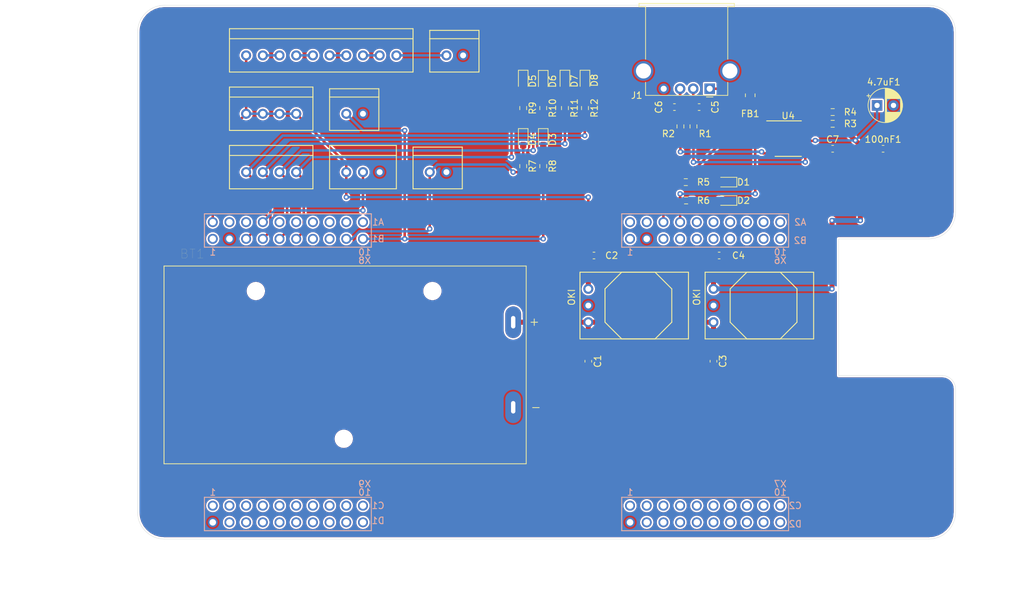
<source format=kicad_pcb>
(kicad_pcb (version 20171130) (host pcbnew "(5.1.7)-1")
  (layers (0 F.Cu signal) (31 B.Cu signal) (34 B.Paste user) (35 F.Paste user) (36 B.SilkS user) (37 F.SilkS user) (38 B.Mask user) (39 F.Mask user) (44 Edge.Cuts user))
  (net 0 "")
  (net 1 +9V)
  (net 2 GND)
  (net 3 +3V3)
  (net 4 +5V)
  (net 5 "Net-(C5-Pad1)")
  (net 6 "Net-(C6-Pad1)")
  (net 7 "Net-(C7-Pad1)")
  (net 8 ELEV_PLUS)
  (net 9 ELEV_MINUS)
  (net 10 AZI_PLUS)
  (net 11 AZI_MINUS)
  (net 12 ELEV_CTL)
  (net 13 AZI_CTL)
  (net 14 "Net-(Conn6-Pad2)")
  (net 15 "Net-(Conn6-Pad4)")
  (net 16 "Net-(Conn6-Pad6)")
  (net 17 "Net-(Conn6-Pad8)")
  (net 18 "Net-(Conn6-Pad10)")
  (net 19 LCD_TX)
  (net 20 "Net-(D1-Pad2)")
  (net 21 "Net-(D2-Pad2)")
  (net 22 "Net-(R1-Pad1)")
  (net 23 "Net-(R2-Pad1)")
  (net 24 "Net-(R3-Pad2)")
  (net 25 KBoard_RX)
  (net 26 KBoard_TX)
  (net 27 "Net-(U1-PadPM6)")
  (net 28 "Net-(U1-PadPQ1)")
  (net 29 "Net-(U1-PadPQ2)")
  (net 30 "Net-(U1-PadPK0)")
  (net 31 "Net-(U1-PadPQ3)")
  (net 32 "Net-(U1-PadPP3)")
  (net 33 "Net-(U1-PadPQ0)")
  (net 34 "Net-(U1-PadPA4)")
  (net 35 "Net-(U1-PadRese')")
  (net 36 "Net-(U1-PadPA7)")
  (net 37 "Net-(U1-PadPN5)")
  (net 38 "Net-(U1-PadPK2)")
  (net 39 "Net-(U1-PadPK1)")
  (net 40 "Net-(U1-PadPB4)")
  (net 41 "Net-(U1-PadPB5)")
  (net 42 "Net-(U1-PadPK3)")
  (net 43 "Net-(U1-PadPA5)")
  (net 44 "Net-(U1-PadPD2)")
  (net 45 "Net-(U1-PadPD4)")
  (net 46 "Net-(U1-PadPD5)")
  (net 47 "Net-(U1-PadPP4)")
  (net 48 "Net-(U1-PadPN4)")
  (net 49 "Net-(U1-PadPG1)")
  (net 50 "Net-(U1-PadPK4)")
  (net 51 "Net-(U1-PadPK5)")
  (net 52 "Net-(U1-PadPM0)")
  (net 53 "Net-(U1-PadPM1)")
  (net 54 "Net-(U1-PadPM2)")
  (net 55 "Net-(U1-PadPH0)")
  (net 56 "Net-(U1-PadPH1)")
  (net 57 "Net-(U1-PadPK6)")
  (net 58 "Net-(U1-PadPK7)")
  (net 59 "Net-(U1-PadPM7)")
  (net 60 "Net-(U1-PadPP5)")
  (net 61 "Net-(U1-Pad+5V)")
  (net 62 "Net-(U1-PadPD7)")
  (net 63 "Net-(U1-PadPA6)")
  (net 64 "Net-(U1-PadPE4)")
  (net 65 "Net-(U1-PadPC4)")
  (net 66 "Net-(U1-PadPC6)")
  (net 67 "Net-(U1-PadPE5)")
  (net 68 "Net-(U1-PadPD3)")
  (net 69 "Net-(U1-PadPC7)")
  (net 70 "Net-(U1-PadPB2)")
  (net 71 "Net-(U1-PadPB3)")
  (net 72 "Net-(U1-PadPF1)")
  (net 73 "Net-(U1-PadPF2)")
  (net 74 "Net-(U1-PadPF3)")
  (net 75 "Net-(U1-PadPG0)")
  (net 76 "Net-(U1-PadPL4)")
  (net 77 "Net-(U1-PadPL5)")
  (net 78 "Net-(U1-PadPL0)")
  (net 79 "Net-(U1-PadPL1)")
  (net 80 "Net-(U1-PadPL2)")
  (net 81 "Net-(U1-PadPL3)")
  (net 82 "Net-(U1-PadPM3)")
  (net 83 "Net-(U1-PadPH2)")
  (net 84 "Net-(U1-PadPH3)")
  (net 85 "Net-(U1-PadRese)")
  (net 86 "Net-(U1-PadPD1)")
  (net 87 "Net-(U1-PadPD0)")
  (net 88 "Net-(U1-PadPN2)")
  (net 89 "Net-(U1-PadPN3)")
  (net 90 "Net-(U1-PadPP2)")
  (net 91 "Net-(U4-Pad2)")
  (net 92 "Net-(U4-Pad6)")
  (net 93 "Net-(U4-Pad7)")
  (net 94 "Net-(U4-Pad14)")
  (net 95 "Net-(U4-Pad15)")
  (net 96 "Net-(FB1-Pad2)")
  (net 97 "Net-(D3-Pad2)")
  (net 98 "Net-(D4-Pad2)")
  (net 99 "Net-(D5-Pad2)")
  (net 100 "Net-(D6-Pad2)")
  (net 101 "Net-(D7-Pad2)")
  (net 102 "Net-(D8-Pad2)")
  (module Resistor_SMD:R_0603_1608Metric_Pad0.98x0.95mm_HandSolder (layer F.Cu) (at 964.692 -229.4655 270)
    (fp_text reference R12 (at 0 -1.43 90) (layer F.SilkS))
    (fp_text value 330)
    (pad 2 smd roundrect (at 0.9125 0 270) (size 0.975 0.95) (layers F.Cu F.Paste F.Mask) (net 8 ELEV_PLUS))
    (pad 1 smd roundrect (at -0.9125 0 270) (size 0.975 0.95) (layers F.Cu F.Paste F.Mask) (net 102 "Net-(D8-Pad2)"))
  )
  (module Resistor_SMD:R_0603_1608Metric_Pad0.98x0.95mm_HandSolder (layer F.Cu) (at 961.644 -229.4655 270)
    (fp_text reference R11 (at 0 -1.43 90) (layer F.SilkS))
    (fp_text value 330)
    (pad 2 smd roundrect (at 0.9125 0 270) (size 0.975 0.95) (layers F.Cu F.Paste F.Mask) (net 9 ELEV_MINUS))
    (pad 1 smd roundrect (at -0.9125 0 270) (size 0.975 0.95) (layers F.Cu F.Paste F.Mask) (net 101 "Net-(D7-Pad2)"))
  )
  (module Resistor_SMD:R_0603_1608Metric_Pad0.98x0.95mm_HandSolder (layer F.Cu) (at 958.342 -229.4655 270)
    (fp_text reference R10 (at 0 -1.43 90) (layer F.SilkS))
    (fp_text value 330)
    (pad 2 smd roundrect (at 0.9125 0 270) (size 0.975 0.95) (layers F.Cu F.Paste F.Mask) (net 10 AZI_PLUS))
    (pad 1 smd roundrect (at -0.9125 0 270) (size 0.975 0.95) (layers F.Cu F.Paste F.Mask) (net 100 "Net-(D6-Pad2)"))
  )
  (module Resistor_SMD:R_0603_1608Metric_Pad0.98x0.95mm_HandSolder (layer F.Cu) (at 955.294 -229.4655 270)
    (fp_text reference R9 (at 0 -1.43 90) (layer F.SilkS))
    (fp_text value 330)
    (pad 2 smd roundrect (at 0.9125 0 270) (size 0.975 0.95) (layers F.Cu F.Paste F.Mask) (net 11 AZI_MINUS))
    (pad 1 smd roundrect (at -0.9125 0 270) (size 0.975 0.95) (layers F.Cu F.Paste F.Mask) (net 99 "Net-(D5-Pad2)"))
  )
  (module LED_SMD:LED_0603_1608Metric_Pad1.05x0.95mm_HandSolder (layer F.Cu) (at 964.692 -233.567 270)
    (fp_text reference D8 (at -0.113 -1.43 90) (layer F.SilkS))
    (fp_text value BLUE)
    (pad 2 smd roundrect (at 0.875 0 270) (size 1.05 0.95) (layers F.Cu F.Paste F.Mask) (net 102 "Net-(D8-Pad2)"))
    (pad 1 smd roundrect (at -0.875 0 270) (size 1.05 0.95) (layers F.Cu F.Paste F.Mask) (net 2 GND))
  )
  (module LED_SMD:LED_0603_1608Metric_Pad1.05x0.95mm_HandSolder (layer F.Cu) (at 961.644 -233.567 270)
    (fp_text reference D7 (at 0 -1.43 90) (layer F.SilkS))
    (fp_text value BLUE)
    (pad 2 smd roundrect (at 0.875 0 270) (size 1.05 0.95) (layers F.Cu F.Paste F.Mask) (net 101 "Net-(D7-Pad2)"))
    (pad 1 smd roundrect (at -0.875 0 270) (size 1.05 0.95) (layers F.Cu F.Paste F.Mask) (net 2 GND))
  )
  (module LED_SMD:LED_0603_1608Metric_Pad1.05x0.95mm_HandSolder (layer F.Cu) (at 958.342 -233.539 270)
    (fp_text reference D6 (at 0 -1.43 90) (layer F.SilkS))
    (fp_text value BLUE)
    (pad 2 smd roundrect (at 0.875 0 270) (size 1.05 0.95) (layers F.Cu F.Paste F.Mask) (net 100 "Net-(D6-Pad2)"))
    (pad 1 smd roundrect (at -0.875 0 270) (size 1.05 0.95) (layers F.Cu F.Paste F.Mask) (net 2 GND))
  )
  (module LED_SMD:LED_0603_1608Metric_Pad1.05x0.95mm_HandSolder (layer F.Cu) (at 955.294 -233.567 270)
    (fp_text reference D5 (at 0 -1.43 90) (layer F.SilkS))
    (fp_text value BLUE)
    (pad 2 smd roundrect (at 0.875 0 270) (size 1.05 0.95) (layers F.Cu F.Paste F.Mask) (net 99 "Net-(D5-Pad2)"))
    (pad 1 smd roundrect (at -0.875 0 270) (size 1.05 0.95) (layers F.Cu F.Paste F.Mask) (net 2 GND))
  )
  (module LED_SMD:LED_0603_1608Metric_Pad1.05x0.95mm_HandSolder (layer F.Cu) (at 955.294 -224.677 270)
    (fp_text reference D4 (at 0 -1.43 90) (layer F.SilkS))
    (fp_text value BLUE)
    (pad 2 smd roundrect (at 0.875 0 270) (size 1.05 0.95) (layers F.Cu F.Paste F.Mask) (net 98 "Net-(D4-Pad2)"))
    (pad 1 smd roundrect (at -0.875 0 270) (size 1.05 0.95) (layers F.Cu F.Paste F.Mask) (net 2 GND))
  )
  (module LED_SMD:LED_0603_1608Metric_Pad1.05x0.95mm_HandSolder (layer F.Cu) (at 958.342 -224.677 270)
    (fp_text reference D3 (at 0 -1.43 90) (layer F.SilkS))
    (fp_text value BLUE)
    (pad 2 smd roundrect (at 0.875 0 270) (size 1.05 0.95) (layers F.Cu F.Paste F.Mask) (net 97 "Net-(D3-Pad2)"))
    (pad 1 smd roundrect (at -0.875 0 270) (size 1.05 0.95) (layers F.Cu F.Paste F.Mask) (net 2 GND))
  )
  (module Packages:BAT_BC9VPC (layer F.Cu) (at 927.989 -190.373)
    (fp_text reference BT1 (at -23.055 -16.889) (layer F.SilkS) (effects (font (size 1.4 1.4) (thickness 0.015))))
    (fp_text value BC9VPC)
    (pad None np_thru_hole circle (at 0 11.2776) (size 2.286 2.286) (drill 2.286) (layers *.Cu *.Mask))
    (pad None np_thru_hole circle (at -13.3858 -11.2268) (size 2.286 2.286) (drill 2.286) (layers *.Cu *.Mask))
    (pad None np_thru_hole circle (at 13.4874 -11.2268) (size 2.286 2.286) (drill 2.286) (layers *.Cu *.Mask))
    (pad N thru_hole oval (at 25.781 6.477) (size 2.41 4.82) (drill oval 0.6604 1.905) (layers *.Cu *.Mask) (net 2 GND))
    (pad P thru_hole oval (at 25.781 -6.477) (size 2.41 4.82) (drill oval 0.6604 1.905) (layers *.Cu *.Mask) (net 1 +9V))
  )
  (module Capacitor_SMD:C_0603_1608Metric_Pad1.08x0.95mm_HandSolder (layer F.Cu) (at 965.2 -190.9075 270)
    (fp_text reference C1 (at 0 -1.43 90) (layer F.SilkS))
    (fp_text value 10uF)
    (pad 1 smd roundrect (at -0.8625 0 270) (size 1.075 0.95) (layers F.Cu F.Paste F.Mask) (net 1 +9V))
    (pad 2 smd roundrect (at 0.8625 0 270) (size 1.075 0.95) (layers F.Cu F.Paste F.Mask) (net 2 GND))
  )
  (module Capacitor_SMD:C_0603_1608Metric_Pad1.08x0.95mm_HandSolder (layer F.Cu) (at 966.0625 -207.01)
    (fp_text reference C2 (at 2.6935 0) (layer F.SilkS))
    (fp_text value 10uF)
    (pad 2 smd roundrect (at 0.8625 0) (size 1.075 0.95) (layers F.Cu F.Paste F.Mask) (net 2 GND))
    (pad 1 smd roundrect (at -0.8625 0) (size 1.075 0.95) (layers F.Cu F.Paste F.Mask) (net 3 +3V3))
  )
  (module Capacitor_SMD:C_0603_1608Metric_Pad1.08x0.95mm_HandSolder (layer F.Cu) (at 984.25 -190.9075 270)
    (fp_text reference C3 (at 0 -1.43 90) (layer F.SilkS))
    (fp_text value 10uF)
    (pad 2 smd roundrect (at 0.8625 0 270) (size 1.075 0.95) (layers F.Cu F.Paste F.Mask) (net 2 GND))
    (pad 1 smd roundrect (at -0.8625 0 270) (size 1.075 0.95) (layers F.Cu F.Paste F.Mask) (net 1 +9V))
  )
  (module Capacitor_SMD:C_0603_1608Metric_Pad1.08x0.95mm_HandSolder (layer F.Cu) (at 985.1125 -207.01)
    (fp_text reference C4 (at 2.9475 0) (layer F.SilkS))
    (fp_text value 10uF)
    (pad 1 smd roundrect (at -0.8625 0) (size 1.075 0.95) (layers F.Cu F.Paste F.Mask) (net 4 +5V))
    (pad 2 smd roundrect (at 0.8625 0) (size 1.075 0.95) (layers F.Cu F.Paste F.Mask) (net 2 GND))
  )
  (module Capacitor_SMD:C_0603_1608Metric_Pad1.08x0.95mm_HandSolder (layer F.Cu) (at 982.0645 -229.616)
    (fp_text reference C5 (at 2.4395 0 270) (layer F.SilkS))
    (fp_text value 47pF)
    (pad 1 smd roundrect (at -0.8625 0) (size 1.075 0.95) (layers F.Cu F.Paste F.Mask) (net 5 "Net-(C5-Pad1)"))
    (pad 2 smd roundrect (at 0.8625 0) (size 1.075 0.95) (layers F.Cu F.Paste F.Mask) (net 2 GND))
  )
  (module Capacitor_SMD:C_0603_1608Metric_Pad1.08x0.95mm_HandSolder (layer F.Cu) (at 978.3075 -229.616 180)
    (fp_text reference C6 (at 2.3865 0 90) (layer F.SilkS))
    (fp_text value 47pF)
    (pad 2 smd roundrect (at 0.8625 0 180) (size 1.075 0.95) (layers F.Cu F.Paste F.Mask) (net 2 GND))
    (pad 1 smd roundrect (at -0.8625 0 180) (size 1.075 0.95) (layers F.Cu F.Paste F.Mask) (net 6 "Net-(C6-Pad1)"))
  )
  (module Capacitor_SMD:C_0603_1608Metric_Pad1.08x0.95mm_HandSolder (layer F.Cu) (at 1002.3845 -223.266)
    (fp_text reference C7 (at 0 -1.43) (layer F.SilkS))
    (fp_text value 100nF)
    (pad 1 smd roundrect (at -0.8625 0) (size 1.075 0.95) (layers F.Cu F.Paste F.Mask) (net 7 "Net-(C7-Pad1)"))
    (pad 2 smd roundrect (at 0.8625 0) (size 1.075 0.95) (layers F.Cu F.Paste F.Mask) (net 2 GND))
  )
  (module MRDT_Connectors:MOLEX_SL_04_Vertical (layer F.Cu) (at 913.13 -219.71)
    (fp_text reference Conn2 hide)
    (fp_text value Joystick_OUT)
    (pad 1 thru_hole circle (at 0 0) (size 1.524 1.524) (drill 0.9) (layers *.Cu *.Mask) (net 8 ELEV_PLUS))
    (pad 2 thru_hole circle (at 2.54 0) (size 1.524 1.524) (drill 0.9) (layers *.Cu *.Mask) (net 9 ELEV_MINUS))
    (pad 3 thru_hole circle (at 5.08 0) (size 1.524 1.524) (drill 0.9) (layers *.Cu *.Mask) (net 10 AZI_PLUS))
    (pad 4 thru_hole circle (at 7.62 0) (size 1.524 1.524) (drill 0.9) (layers *.Cu *.Mask) (net 11 AZI_MINUS))
    (pad 4 thru_hole circle (at 7.62 0) (size 1.524 1.524) (drill 0.9) (layers *.Cu *.Mask) (net 11 AZI_MINUS))
  )
  (module MRDT_Connectors:MOLEX_SL_04_Vertical (layer F.Cu) (at 913.13 -228.6)
    (fp_text reference Conn3 hide)
    (fp_text value Joystick_GND)
    (pad 4 thru_hole circle (at 7.62 0) (size 1.524 1.524) (drill 0.9) (layers *.Cu *.Mask) (net 3 +3V3))
    (pad 4 thru_hole circle (at 7.62 0) (size 1.524 1.524) (drill 0.9) (layers *.Cu *.Mask) (net 3 +3V3))
    (pad 3 thru_hole circle (at 5.08 0) (size 1.524 1.524) (drill 0.9) (layers *.Cu *.Mask) (net 3 +3V3))
    (pad 2 thru_hole circle (at 2.54 0) (size 1.524 1.524) (drill 0.9) (layers *.Cu *.Mask) (net 3 +3V3))
    (pad 1 thru_hole circle (at 0 0) (size 1.524 1.524) (drill 0.9) (layers *.Cu *.Mask) (net 3 +3V3))
  )
  (module MRDT_Connectors:MOLEX_SL_02_Vertical (layer F.Cu) (at 928.37 -228.6)
    (fp_text reference Conn4 hide)
    (fp_text value ELEV)
    (pad 2 thru_hole circle (at 2.54 0) (size 1.524 1.524) (drill 0.9) (layers *.Cu *.Mask) (net 2 GND))
    (pad 1 thru_hole circle (at 0 0) (size 1.524 1.524) (drill 0.9) (layers *.Cu *.Mask) (net 12 ELEV_CTL))
  )
  (module MRDT_Connectors:MOLEX_SL_02_Vertical (layer F.Cu) (at 941.07 -219.71)
    (fp_text reference Conn5 hide)
    (fp_text value AZI)
    (pad 1 thru_hole circle (at 0 0) (size 1.524 1.524) (drill 0.9) (layers *.Cu *.Mask) (net 13 AZI_CTL))
    (pad 2 thru_hole circle (at 2.54 0) (size 1.524 1.524) (drill 0.9) (layers *.Cu *.Mask) (net 2 GND))
  )
  (module MRDT_Connectors:MOLEX_SL_10_Vertical (layer F.Cu) (at 913.13 -237.49)
    (fp_text reference Conn6 hide)
    (fp_text value Switches)
    (pad 1 thru_hole circle (at 0 0) (size 1.524 1.524) (drill 0.9) (layers *.Cu *.Mask) (net 3 +3V3))
    (pad 2 thru_hole circle (at 2.54 0) (size 1.524 1.524) (drill 0.9) (layers *.Cu *.Mask) (net 14 "Net-(Conn6-Pad2)"))
    (pad 3 thru_hole circle (at 5.08 0) (size 1.524 1.524) (drill 0.9) (layers *.Cu *.Mask) (net 14 "Net-(Conn6-Pad2)"))
    (pad 4 thru_hole circle (at 7.62 0) (size 1.524 1.524) (drill 0.9) (layers *.Cu *.Mask) (net 15 "Net-(Conn6-Pad4)"))
    (pad 5 thru_hole circle (at 10.16 0) (size 1.524 1.524) (drill 0.9) (layers *.Cu *.Mask) (net 15 "Net-(Conn6-Pad4)"))
    (pad 6 thru_hole circle (at 12.7 0) (size 1.524 1.524) (drill 0.9) (layers *.Cu *.Mask) (net 16 "Net-(Conn6-Pad6)"))
    (pad 7 thru_hole circle (at 15.24 0) (size 1.524 1.524) (drill 0.9) (layers *.Cu *.Mask) (net 16 "Net-(Conn6-Pad6)"))
    (pad 8 thru_hole circle (at 17.78 0) (size 1.524 1.524) (drill 0.9) (layers *.Cu *.Mask) (net 17 "Net-(Conn6-Pad8)"))
    (pad 9 thru_hole circle (at 20.32 0) (size 1.524 1.524) (drill 0.9) (layers *.Cu *.Mask) (net 17 "Net-(Conn6-Pad8)"))
    (pad 10 thru_hole circle (at 22.86 0) (size 1.524 1.524) (drill 0.9) (layers *.Cu *.Mask) (net 18 "Net-(Conn6-Pad10)"))
  )
  (module MRDT_Connectors:MOLEX_SL_02_Vertical (layer F.Cu) (at 943.61 -237.49)
    (fp_text reference Conn7 hide)
    (fp_text value Green_LED)
    (pad 1 thru_hole circle (at 0 0) (size 1.524 1.524) (drill 0.9) (layers *.Cu *.Mask) (net 18 "Net-(Conn6-Pad10)"))
    (pad 2 thru_hole circle (at 2.54 0) (size 1.524 1.524) (drill 0.9) (layers *.Cu *.Mask) (net 2 GND))
  )
  (module MRDT_Connectors:MOLEX_SL_03_Vertical (layer F.Cu) (at 928.37 -219.71)
    (fp_text reference Conn8 hide)
    (fp_text value Molex_SL_03)
    (pad 1 thru_hole circle (at 0 0) (size 1.524 1.524) (drill 0.9) (layers *.Cu *.Mask) (net 3 +3V3))
    (pad 2 thru_hole circle (at 2.54 0) (size 1.524 1.524) (drill 0.9) (layers *.Cu *.Mask) (net 19 LCD_TX))
    (pad 3 thru_hole circle (at 5.08 0) (size 1.524 1.524) (drill 0.9) (layers *.Cu *.Mask) (net 2 GND))
  )
  (module LED_SMD:LED_0603_1608Metric_Pad1.05x0.95mm_HandSolder (layer F.Cu) (at 986.141 -218.186 180)
    (fp_text reference D1 (at -2.681 0) (layer F.SilkS))
    (fp_text value BLUE)
    (pad 2 smd roundrect (at 0.875 0 180) (size 1.05 0.95) (layers F.Cu F.Paste F.Mask) (net 20 "Net-(D1-Pad2)"))
    (pad 1 smd roundrect (at -0.875 0 180) (size 1.05 0.95) (layers F.Cu F.Paste F.Mask) (net 2 GND))
  )
  (module LED_SMD:LED_0603_1608Metric_Pad1.05x0.95mm_HandSolder (layer F.Cu) (at 986.141 -215.392 180)
    (fp_text reference D2 (at -2.681 0) (layer F.SilkS))
    (fp_text value BLUE)
    (pad 1 smd roundrect (at -0.875 0 180) (size 1.05 0.95) (layers F.Cu F.Paste F.Mask) (net 2 GND))
    (pad 2 smd roundrect (at 0.875 0 180) (size 1.05 0.95) (layers F.Cu F.Paste F.Mask) (net 21 "Net-(D2-Pad2)"))
  )
  (module Connector_USB:USB_A_Stewart_SS-52100-001_Horizontal (layer F.Cu) (at 983.67 -232.41 180)
    (fp_text reference J1 (at 11.104 -1.016) (layer F.SilkS))
    (fp_text value USB_A)
    (pad 5 thru_hole circle (at 10.07 2.71 180) (size 2.999999 2.999999) (drill 2.3) (layers *.Cu *.Mask) (net 2 GND))
    (pad e5 thru_hole circle (at -3.07 2.71 180) (size 2.999999 2.999999) (drill 2.3) (layers *.Cu *.Mask) (net 2 GND))
    (pad 1 thru_hole rect (at 0 0 180) (size 1.6 1.6) (drill 0.92) (layers *.Cu *.Mask) (net 96 "Net-(FB1-Pad2)"))
    (pad 2 thru_hole circle (at 2.5 0 180) (size 1.6 1.6) (drill 0.92) (layers *.Cu *.Mask) (net 5 "Net-(C5-Pad1)"))
    (pad 3 thru_hole circle (at 4.5 0 180) (size 1.6 1.6) (drill 0.92) (layers *.Cu *.Mask) (net 6 "Net-(C6-Pad1)"))
    (pad 4 thru_hole circle (at 7 0 180) (size 1.6 1.6) (drill 0.92) (layers *.Cu *.Mask) (net 2 GND))
  )
  (module Resistor_SMD:R_0603_1608Metric_Pad0.98x0.95mm_HandSolder (layer F.Cu) (at 981.202 -226.6715 90)
    (fp_text reference R1 (at -1.1195 1.778 180) (layer F.SilkS))
    (fp_text value 27)
    (pad 1 smd roundrect (at -0.9125 0 90) (size 0.975 0.95) (layers F.Cu F.Paste F.Mask) (net 22 "Net-(R1-Pad1)"))
    (pad 2 smd roundrect (at 0.9125 0 90) (size 0.975 0.95) (layers F.Cu F.Paste F.Mask) (net 5 "Net-(C5-Pad1)"))
  )
  (module Resistor_SMD:R_0603_1608Metric_Pad0.98x0.95mm_HandSolder (layer F.Cu) (at 979.217 -226.6715 90)
    (fp_text reference R2 (at -1.1195 -1.825) (layer F.SilkS))
    (fp_text value 27)
    (pad 2 smd roundrect (at 0.9125 0 90) (size 0.975 0.95) (layers F.Cu F.Paste F.Mask) (net 6 "Net-(C6-Pad1)"))
    (pad 1 smd roundrect (at -0.9125 0 90) (size 0.975 0.95) (layers F.Cu F.Paste F.Mask) (net 23 "Net-(R2-Pad1)"))
  )
  (module Resistor_SMD:R_0603_1608Metric_Pad0.98x0.95mm_HandSolder (layer F.Cu) (at 1002.3875 -227.076 180)
    (fp_text reference R3 (at -2.6905 0) (layer F.SilkS))
    (fp_text value 4.7k)
    (pad 2 smd roundrect (at 0.9125 0 180) (size 0.975 0.95) (layers F.Cu F.Paste F.Mask) (net 24 "Net-(R3-Pad2)"))
    (pad 1 smd roundrect (at -0.9125 0 180) (size 0.975 0.95) (layers F.Cu F.Paste F.Mask) (net 4 +5V))
  )
  (module Resistor_SMD:R_0603_1608Metric_Pad0.98x0.95mm_HandSolder (layer F.Cu) (at 1002.3875 -228.854)
    (fp_text reference R4 (at 2.6905 0) (layer F.SilkS))
    (fp_text value 10k)
    (pad 1 smd roundrect (at -0.9125 0) (size 0.975 0.95) (layers F.Cu F.Paste F.Mask) (net 24 "Net-(R3-Pad2)"))
    (pad 2 smd roundrect (at 0.9125 0) (size 0.975 0.95) (layers F.Cu F.Paste F.Mask) (net 2 GND))
  )
  (module Resistor_SMD:R_0603_1608Metric_Pad0.98x0.95mm_HandSolder (layer F.Cu) (at 980.0355 -218.186 180)
    (fp_text reference R5 (at -2.6905 0) (layer F.SilkS))
    (fp_text value 330)
    (pad 2 smd roundrect (at 0.9125 0 180) (size 0.975 0.95) (layers F.Cu F.Paste F.Mask) (net 25 KBoard_RX))
    (pad 1 smd roundrect (at -0.9125 0 180) (size 0.975 0.95) (layers F.Cu F.Paste F.Mask) (net 20 "Net-(D1-Pad2)"))
  )
  (module Resistor_SMD:R_0603_1608Metric_Pad0.98x0.95mm_HandSolder (layer F.Cu) (at 980.0825 -215.392 180)
    (fp_text reference R6 (at -2.6435 0) (layer F.SilkS))
    (fp_text value 330)
    (pad 1 smd roundrect (at -0.9125 0 180) (size 0.975 0.95) (layers F.Cu F.Paste F.Mask) (net 21 "Net-(D2-Pad2)"))
    (pad 2 smd roundrect (at 0.9125 0 180) (size 0.975 0.95) (layers F.Cu F.Paste F.Mask) (net 26 KBoard_TX))
  )
  (module MRDT_Shields:TM4C129E_Launchpad_FULL_THT_TOP (layer B.Cu) (at 906.78 -213.36)
    (fp_text reference U1 hide)
    (fp_text value TM4C129E_Launchpad hide)
    (fp_text user 1 (at 1.27 42.418 -180) (layer B.SilkS) (effects (justify mirror)))
    (fp_text user 10 (at 24.384 42.418 -180) (layer B.SilkS) (effects (justify mirror)))
    (fp_text user 1 (at 1.27 5.842 -180) (layer B.SilkS) (effects (justify mirror)))
    (fp_text user 10 (at 24.384 5.842 -180) (layer B.SilkS) (effects (justify mirror)))
    (fp_text user 1 (at 64.77 42.418 -180) (layer B.SilkS) (effects (justify mirror)))
    (fp_text user 10 (at 87.63 42.418 -180) (layer B.SilkS) (effects (justify mirror)))
    (fp_text user 10 (at 87.63 5.842 -180) (layer B.SilkS) (effects (justify mirror)))
    (fp_text user 1 (at 64.77 5.842 -180) (layer B.SilkS) (effects (justify mirror)))
    (fp_text user X9 (at 24.384 41.148 -180) (layer B.SilkS) (effects (justify mirror)))
    (fp_text user X8 (at 24.384 7.112 -180) (layer B.SilkS) (effects (justify mirror)))
    (fp_text user X7 (at 87.63 41.148 -180) (layer B.SilkS) (effects (justify mirror)))
    (fp_text user X6 (at 87.63 7.112) (layer B.SilkS) (effects (justify mirror)))
    (fp_text user C1 (at 26.416 44.45 -180) (layer B.SilkS) (effects (justify mirror)))
    (fp_text user D1 (at 26.416 46.736 -180) (layer B.SilkS) (effects (justify mirror)))
    (fp_text user C2 (at 89.916 44.45 -180) (layer B.SilkS) (effects (justify mirror)))
    (fp_text user D2 (at 89.916 47.244) (layer B.SilkS) (effects (justify mirror)))
    (fp_text user B1 (at 26.416 3.81 -180) (layer B.SilkS) (effects (justify mirror)))
    (fp_text user A1 (at 26.416 1.27 -180) (layer B.SilkS) (effects (justify mirror)))
    (fp_text user B2 (at 90.678 4.064 -180) (layer B.SilkS) (effects (justify mirror)))
    (fp_text user A2 (at 90.678 1.27 -180) (layer B.SilkS) (effects (justify mirror)))
    (pad +3V3` thru_hole circle (at 64.77 1.27 180) (size 1.52 1.52) (drill 1) (layers *.Cu *.Mask B.Paste))
    (pad PM6 thru_hole circle (at 87.63 46.99 180) (size 1.52 1.52) (drill 1) (layers *.Cu *.Mask B.Paste) (net 27 "Net-(U1-PadPM6)"))
    (pad PQ1 thru_hole circle (at 85.09 46.99 180) (size 1.52 1.52) (drill 1) (layers *.Cu *.Mask B.Paste) (net 28 "Net-(U1-PadPQ1)"))
    (pad PQ2 thru_hole circle (at 77.47 46.99 180) (size 1.52 1.52) (drill 1) (layers *.Cu *.Mask B.Paste) (net 29 "Net-(U1-PadPQ2)"))
    (pad PK0 thru_hole circle (at 74.93 3.81 180) (size 1.52 1.52) (drill 1) (layers *.Cu *.Mask B.Paste) (net 30 "Net-(U1-PadPK0)"))
    (pad PQ3 thru_hole circle (at 80.01 46.99 180) (size 1.52 1.52) (drill 1) (layers *.Cu *.Mask B.Paste) (net 31 "Net-(U1-PadPQ3)"))
    (pad PP3 thru_hole circle (at 82.55 46.99 180) (size 1.52 1.52) (drill 1) (layers *.Cu *.Mask B.Paste) (net 32 "Net-(U1-PadPP3)"))
    (pad PQ0 thru_hole circle (at 80.01 1.27 180) (size 1.52 1.52) (drill 1) (layers *.Cu *.Mask B.Paste) (net 33 "Net-(U1-PadPQ0)"))
    (pad PA4 thru_hole circle (at 85.09 3.81 180) (size 1.52 1.52) (drill 1) (layers *.Cu *.Mask B.Paste) (net 34 "Net-(U1-PadPA4)"))
    (pad Rese' thru_hole circle (at 74.93 46.99 180) (size 1.52 1.52) (drill 1) (layers *.Cu *.Mask B.Paste) (net 35 "Net-(U1-PadRese')"))
    (pad PA7 thru_hole circle (at 72.39 46.99 180) (size 1.52 1.52) (drill 1) (layers *.Cu *.Mask B.Paste) (net 36 "Net-(U1-PadPA7)"))
    (pad PN5 thru_hole circle (at 85.09 1.27 180) (size 1.52 1.52) (drill 1) (layers *.Cu *.Mask B.Paste) (net 37 "Net-(U1-PadPN5)"))
    (pad PK2 thru_hole circle (at 80.01 3.81 180) (size 1.52 1.52) (drill 1) (layers *.Cu *.Mask B.Paste) (net 38 "Net-(U1-PadPK2)"))
    (pad PK1 thru_hole circle (at 77.47 3.81 180) (size 1.52 1.52) (drill 1) (layers *.Cu *.Mask B.Paste) (net 39 "Net-(U1-PadPK1)"))
    (pad +5V` thru_hole circle (at 64.77 3.81 180) (size 1.52 1.52) (drill 1) (layers *.Cu *.Mask B.Paste))
    (pad GND thru_hole circle (at 67.31 3.81 180) (size 1.52 1.52) (drill 1) (layers *.Cu *.Mask B.Paste) (net 2 GND))
    (pad PB4 thru_hole circle (at 69.85 3.81 180) (size 1.52 1.52) (drill 1) (layers *.Cu *.Mask B.Paste) (net 40 "Net-(U1-PadPB4)"))
    (pad PB5 thru_hole circle (at 72.39 3.81 180) (size 1.52 1.52) (drill 1) (layers *.Cu *.Mask B.Paste) (net 41 "Net-(U1-PadPB5)"))
    (pad PK3 thru_hole circle (at 82.55 3.81 180) (size 1.52 1.52) (drill 1) (layers *.Cu *.Mask B.Paste) (net 42 "Net-(U1-PadPK3)"))
    (pad PA5 thru_hole circle (at 87.63 3.81 180) (size 1.52 1.52) (drill 1) (layers *.Cu *.Mask B.Paste) (net 43 "Net-(U1-PadPA5)"))
    (pad PD2 thru_hole circle (at 67.31 1.27 180) (size 1.52 1.52) (drill 1) (layers *.Cu *.Mask B.Paste) (net 44 "Net-(U1-PadPD2)"))
    (pad PP0 thru_hole circle (at 69.85 1.27 180) (size 1.52 1.52) (drill 1) (layers *.Cu *.Mask B.Paste) (net 25 KBoard_RX))
    (pad PP1 thru_hole circle (at 72.39 1.27 180) (size 1.52 1.52) (drill 1) (layers *.Cu *.Mask B.Paste) (net 26 KBoard_TX))
    (pad PD4 thru_hole circle (at 74.93 1.27 180) (size 1.52 1.52) (drill 1) (layers *.Cu *.Mask B.Paste) (net 45 "Net-(U1-PadPD4)"))
    (pad PD5 thru_hole circle (at 77.47 1.27 180) (size 1.52 1.52) (drill 1) (layers *.Cu *.Mask B.Paste) (net 46 "Net-(U1-PadPD5)"))
    (pad PP4 thru_hole circle (at 82.55 1.27 180) (size 1.52 1.52) (drill 1) (layers *.Cu *.Mask B.Paste) (net 47 "Net-(U1-PadPP4)"))
    (pad PN4 thru_hole circle (at 87.63 1.27 180) (size 1.52 1.52) (drill 1) (layers *.Cu *.Mask B.Paste) (net 48 "Net-(U1-PadPN4)"))
    (pad PG1 thru_hole circle (at 64.77 44.45 180) (size 1.52 1.52) (drill 1) (layers *.Cu *.Mask B.Paste) (net 49 "Net-(U1-PadPG1)"))
    (pad PK4 thru_hole circle (at 67.31 44.45 180) (size 1.52 1.52) (drill 1) (layers *.Cu *.Mask B.Paste) (net 50 "Net-(U1-PadPK4)"))
    (pad PK5 thru_hole circle (at 69.85 44.45 180) (size 1.52 1.52) (drill 1) (layers *.Cu *.Mask B.Paste) (net 51 "Net-(U1-PadPK5)"))
    (pad PM0 thru_hole circle (at 72.39 44.45 180) (size 1.52 1.52) (drill 1) (layers *.Cu *.Mask B.Paste) (net 52 "Net-(U1-PadPM0)"))
    (pad PM1 thru_hole circle (at 74.93 44.45 180) (size 1.52 1.52) (drill 1) (layers *.Cu *.Mask B.Paste) (net 53 "Net-(U1-PadPM1)"))
    (pad PM2 thru_hole circle (at 77.47 44.45 180) (size 1.52 1.52) (drill 1) (layers *.Cu *.Mask B.Paste) (net 54 "Net-(U1-PadPM2)"))
    (pad PH0 thru_hole circle (at 80.01 44.45 180) (size 1.52 1.52) (drill 1) (layers *.Cu *.Mask B.Paste) (net 55 "Net-(U1-PadPH0)"))
    (pad PH1 thru_hole circle (at 82.55 44.45 180) (size 1.52 1.52) (drill 1) (layers *.Cu *.Mask B.Paste) (net 56 "Net-(U1-PadPH1)"))
    (pad PK6 thru_hole circle (at 85.09 44.45 180) (size 1.52 1.52) (drill 1) (layers *.Cu *.Mask B.Paste) (net 57 "Net-(U1-PadPK6)"))
    (pad PK7 thru_hole circle (at 87.63 44.45 180) (size 1.52 1.52) (drill 1) (layers *.Cu *.Mask B.Paste) (net 58 "Net-(U1-PadPK7)"))
    (pad GND thru_hole circle (at 64.77 46.99 180) (size 1.52 1.52) (drill 1) (layers *.Cu *.Mask B.Paste) (net 2 GND))
    (pad PM7 thru_hole circle (at 67.31 46.99 180) (size 1.52 1.52) (drill 1) (layers *.Cu *.Mask B.Paste) (net 59 "Net-(U1-PadPM7)"))
    (pad PP5 thru_hole circle (at 69.85 46.99 180) (size 1.52 1.52) (drill 1) (layers *.Cu *.Mask B.Paste) (net 60 "Net-(U1-PadPP5)"))
    (pad +5V thru_hole circle (at 1.27 3.81 180) (size 1.52 1.52) (drill 1) (layers *.Cu *.Mask B.Paste) (net 61 "Net-(U1-Pad+5V)"))
    (pad GND thru_hole circle (at 3.81 3.81 180) (size 1.52 1.52) (drill 1) (layers *.Cu *.Mask B.Paste) (net 2 GND))
    (pad PE0 thru_hole circle (at 6.35 3.81 180) (size 1.52 1.52) (drill 1) (layers *.Cu *.Mask B.Paste) (net 8 ELEV_PLUS))
    (pad PE1 thru_hole circle (at 8.89 3.81 180) (size 1.52 1.52) (drill 1) (layers *.Cu *.Mask B.Paste) (net 9 ELEV_MINUS))
    (pad PE2 thru_hole circle (at 11.43 3.81 180) (size 1.52 1.52) (drill 1) (layers *.Cu *.Mask B.Paste) (net 10 AZI_PLUS))
    (pad PE3 thru_hole circle (at 13.97 3.81 180) (size 1.52 1.52) (drill 1) (layers *.Cu *.Mask B.Paste) (net 11 AZI_MINUS))
    (pad PD7 thru_hole circle (at 16.51 3.81 180) (size 1.52 1.52) (drill 1) (layers *.Cu *.Mask B.Paste) (net 62 "Net-(U1-PadPD7)"))
    (pad PA6 thru_hole circle (at 19.05 3.81 180) (size 1.52 1.52) (drill 1) (layers *.Cu *.Mask B.Paste) (net 63 "Net-(U1-PadPA6)"))
    (pad PM4 thru_hole circle (at 21.59 3.81 180) (size 1.52 1.52) (drill 1) (layers *.Cu *.Mask B.Paste) (net 13 AZI_CTL))
    (pad PM5 thru_hole circle (at 24.13 3.81 180) (size 1.52 1.52) (drill 1) (layers *.Cu *.Mask B.Paste) (net 12 ELEV_CTL))
    (pad +3V3 thru_hole circle (at 1.27 1.27 180) (size 1.52 1.52) (drill 1) (layers *.Cu *.Mask B.Paste) (net 3 +3V3))
    (pad PE4 thru_hole circle (at 3.81 1.27 180) (size 1.52 1.52) (drill 1) (layers *.Cu *.Mask B.Paste) (net 64 "Net-(U1-PadPE4)"))
    (pad PC4 thru_hole circle (at 6.35 1.27 180) (size 1.52 1.52) (drill 1) (layers *.Cu *.Mask B.Paste) (net 65 "Net-(U1-PadPC4)"))
    (pad PC5 thru_hole circle (at 8.89 1.27 180) (size 1.52 1.52) (drill 1) (layers *.Cu *.Mask B.Paste) (net 19 LCD_TX))
    (pad PC6 thru_hole circle (at 11.43 1.27 180) (size 1.52 1.52) (drill 1) (layers *.Cu *.Mask B.Paste) (net 66 "Net-(U1-PadPC6)"))
    (pad PE5 thru_hole circle (at 13.97 1.27 180) (size 1.52 1.52) (drill 1) (layers *.Cu *.Mask B.Paste) (net 67 "Net-(U1-PadPE5)"))
    (pad PD3 thru_hole circle (at 16.51 1.27 180) (size 1.52 1.52) (drill 1) (layers *.Cu *.Mask B.Paste) (net 68 "Net-(U1-PadPD3)"))
    (pad PC7 thru_hole circle (at 19.05 1.27 180) (size 1.52 1.52) (drill 1) (layers *.Cu *.Mask B.Paste) (net 69 "Net-(U1-PadPC7)"))
    (pad PB2 thru_hole circle (at 21.59 1.27 180) (size 1.52 1.52) (drill 1) (layers *.Cu *.Mask B.Paste) (net 70 "Net-(U1-PadPB2)"))
    (pad PB3 thru_hole circle (at 24.13 1.27 180) (size 1.52 1.52) (drill 1) (layers *.Cu *.Mask B.Paste) (net 71 "Net-(U1-PadPB3)"))
    (pad PF1 thru_hole circle (at 1.27 44.45 180) (size 1.52 1.52) (drill 1) (layers *.Cu *.Mask B.Paste) (net 72 "Net-(U1-PadPF1)"))
    (pad PF2 thru_hole circle (at 3.81 44.45 180) (size 1.52 1.52) (drill 1) (layers *.Cu *.Mask B.Paste) (net 73 "Net-(U1-PadPF2)"))
    (pad PF3 thru_hole circle (at 6.35 44.45 180) (size 1.52 1.52) (drill 1) (layers *.Cu *.Mask B.Paste) (net 74 "Net-(U1-PadPF3)"))
    (pad PG0 thru_hole circle (at 8.89 44.45 180) (size 1.52 1.52) (drill 1) (layers *.Cu *.Mask B.Paste) (net 75 "Net-(U1-PadPG0)"))
    (pad PL4 thru_hole circle (at 11.43 44.45 180) (size 1.52 1.52) (drill 1) (layers *.Cu *.Mask B.Paste) (net 76 "Net-(U1-PadPL4)"))
    (pad PL5 thru_hole circle (at 13.97 44.45 180) (size 1.52 1.52) (drill 1) (layers *.Cu *.Mask B.Paste) (net 77 "Net-(U1-PadPL5)"))
    (pad PL0 thru_hole circle (at 16.51 44.45 180) (size 1.52 1.52) (drill 1) (layers *.Cu *.Mask B.Paste) (net 78 "Net-(U1-PadPL0)"))
    (pad PL1 thru_hole circle (at 19.05 44.45 180) (size 1.52 1.52) (drill 1) (layers *.Cu *.Mask B.Paste) (net 79 "Net-(U1-PadPL1)"))
    (pad PL2 thru_hole circle (at 21.59 44.45 180) (size 1.52 1.52) (drill 1) (layers *.Cu *.Mask B.Paste) (net 80 "Net-(U1-PadPL2)"))
    (pad PL3 thru_hole circle (at 24.13 44.45 180) (size 1.52 1.52) (drill 1) (layers *.Cu *.Mask B.Paste) (net 81 "Net-(U1-PadPL3)"))
    (pad GND thru_hole circle (at 1.27 46.99 180) (size 1.52 1.52) (drill 1) (layers *.Cu *.Mask B.Paste) (net 2 GND))
    (pad PM3 thru_hole circle (at 3.81 46.99 180) (size 1.52 1.52) (drill 1) (layers *.Cu *.Mask B.Paste) (net 82 "Net-(U1-PadPM3)"))
    (pad PH2 thru_hole circle (at 6.35 46.99 180) (size 1.52 1.52) (drill 1) (layers *.Cu *.Mask B.Paste) (net 83 "Net-(U1-PadPH2)"))
    (pad PH3 thru_hole circle (at 8.89 46.99 180) (size 1.52 1.52) (drill 1) (layers *.Cu *.Mask B.Paste) (net 84 "Net-(U1-PadPH3)"))
    (pad Rese thru_hole circle (at 11.43 46.99 180) (size 1.52 1.52) (drill 1) (layers *.Cu *.Mask B.Paste) (net 85 "Net-(U1-PadRese)"))
    (pad PD1 thru_hole circle (at 13.97 46.99 180) (size 1.52 1.52) (drill 1) (layers *.Cu *.Mask B.Paste) (net 86 "Net-(U1-PadPD1)"))
    (pad PD0 thru_hole circle (at 16.51 46.99 180) (size 1.52 1.52) (drill 1) (layers *.Cu *.Mask B.Paste) (net 87 "Net-(U1-PadPD0)"))
    (pad PN2 thru_hole circle (at 19.05 46.99 180) (size 1.52 1.52) (drill 1) (layers *.Cu *.Mask B.Paste) (net 88 "Net-(U1-PadPN2)"))
    (pad PN3 thru_hole circle (at 21.59 46.99 180) (size 1.52 1.52) (drill 1) (layers *.Cu *.Mask B.Paste) (net 89 "Net-(U1-PadPN3)"))
    (pad PP2 thru_hole circle (at 24.13 46.99 180) (size 1.52 1.52) (drill 1) (layers *.Cu *.Mask B.Paste) (net 90 "Net-(U1-PadPP2)"))
  )
  (module MRDT_Devices:OKI_Horizontal (layer F.Cu) (at 965.2 -196.85 90)
    (fp_text reference U2 hide)
    (fp_text value OKI (at 3.81 -2.54 90) (layer F.SilkS))
    (pad 3 thru_hole circle (at 5.08 0 90) (size 1.524 1.524) (drill 0.889) (layers *.Cu *.Mask) (net 3 +3V3))
    (pad 2 thru_hole circle (at 2.54 0 90) (size 1.524 1.524) (drill 0.889) (layers *.Cu *.Mask) (net 2 GND))
    (pad 1 thru_hole circle (at 0 0 90) (size 1.524 1.524) (drill 0.889) (layers *.Cu *.Mask) (net 1 +9V))
  )
  (module MRDT_Devices:OKI_Horizontal (layer F.Cu) (at 984.25 -196.85 90)
    (fp_text reference U3 hide)
    (fp_text value OKI (at 3.81 -2.54 90) (layer F.SilkS))
    (pad 1 thru_hole circle (at 0 0 90) (size 1.524 1.524) (drill 0.889) (layers *.Cu *.Mask) (net 1 +9V))
    (pad 2 thru_hole circle (at 2.54 0 90) (size 1.524 1.524) (drill 0.889) (layers *.Cu *.Mask) (net 2 GND))
    (pad 3 thru_hole circle (at 5.08 0 90) (size 1.524 1.524) (drill 0.889) (layers *.Cu *.Mask) (net 4 +5V))
  )
  (module Package_SO:SSOP-16_3.9x4.9mm_P0.635mm (layer F.Cu) (at 995.62 -224.79)
    (fp_text reference U4 (at 0 -3.5) (layer F.SilkS))
    (fp_text value FT230XS)
    (pad 1 smd rect (at -2.6 -2.2225) (size 1.2 0.4) (layers F.Cu F.Paste F.Mask) (net 25 KBoard_RX))
    (pad 2 smd rect (at -2.6 -1.5875) (size 1.2 0.4) (layers F.Cu F.Paste F.Mask) (net 91 "Net-(U4-Pad2)"))
    (pad 3 smd rect (at -2.6 -0.9525) (size 1.2 0.4) (layers F.Cu F.Paste F.Mask) (net 7 "Net-(C7-Pad1)"))
    (pad 4 smd rect (at -2.6 -0.3175) (size 1.2 0.4) (layers F.Cu F.Paste F.Mask) (net 26 KBoard_TX))
    (pad 5 smd rect (at -2.6 0.3175) (size 1.2 0.4) (layers F.Cu F.Paste F.Mask) (net 2 GND))
    (pad 6 smd rect (at -2.6 0.9525) (size 1.2 0.4) (layers F.Cu F.Paste F.Mask) (net 92 "Net-(U4-Pad6)"))
    (pad 7 smd rect (at -2.6 1.5875) (size 1.2 0.4) (layers F.Cu F.Paste F.Mask) (net 93 "Net-(U4-Pad7)"))
    (pad 8 smd rect (at -2.6 2.2225) (size 1.2 0.4) (layers F.Cu F.Paste F.Mask) (net 23 "Net-(R2-Pad1)"))
    (pad 9 smd rect (at 2.6 2.2225) (size 1.2 0.4) (layers F.Cu F.Paste F.Mask) (net 22 "Net-(R1-Pad1)"))
    (pad 10 smd rect (at 2.6 1.5875) (size 1.2 0.4) (layers F.Cu F.Paste F.Mask) (net 7 "Net-(C7-Pad1)"))
    (pad 11 smd rect (at 2.6 0.9525) (size 1.2 0.4) (layers F.Cu F.Paste F.Mask) (net 7 "Net-(C7-Pad1)"))
    (pad 12 smd rect (at 2.6 0.3175) (size 1.2 0.4) (layers F.Cu F.Paste F.Mask) (net 4 +5V))
    (pad 13 smd rect (at 2.6 -0.3175) (size 1.2 0.4) (layers F.Cu F.Paste F.Mask) (net 2 GND))
    (pad 14 smd rect (at 2.6 -0.9525) (size 1.2 0.4) (layers F.Cu F.Paste F.Mask) (net 94 "Net-(U4-Pad14)"))
    (pad 15 smd rect (at 2.6 -1.5875) (size 1.2 0.4) (layers F.Cu F.Paste F.Mask) (net 95 "Net-(U4-Pad15)"))
    (pad 16 smd rect (at 2.6 -2.2225) (size 1.2 0.4) (layers F.Cu F.Paste F.Mask) (net 24 "Net-(R3-Pad2)"))
  )
  (module Capacitor_SMD:C_0603_1608Metric_Pad1.08x0.95mm_HandSolder (layer F.Cu) (at 1010.0575 -223.266)
    (fp_text reference 100nF1 (at 0 -1.43) (layer F.SilkS))
    (fp_text value C_Small)
    (pad 1 smd roundrect (at -0.8625 0) (size 1.075 0.95) (layers F.Cu F.Paste F.Mask) (net 4 +5V))
    (pad 2 smd roundrect (at 0.8625 0) (size 1.075 0.95) (layers F.Cu F.Paste F.Mask) (net 2 GND))
  )
  (module Capacitor_THT:CP_Radial_D5.0mm_P2.50mm (layer F.Cu) (at 1009.142 -229.87)
    (fp_text reference 4.7uF1 (at 1.016 -3.556) (layer F.SilkS))
    (fp_text value C_Polarized_Small_US)
    (pad 1 thru_hole rect (at 0 0) (size 1.6 1.6) (drill 0.8) (layers *.Cu *.Mask) (net 4 +5V))
    (pad 2 thru_hole circle (at 2.5 0) (size 1.6 1.6) (drill 0.8) (layers *.Cu *.Mask) (net 2 GND))
  )
  (module Resistor_SMD:R_0805_2012Metric_Pad1.20x1.40mm_HandSolder (layer F.Cu) (at 989.838 -231.41 90)
    (fp_text reference FB1 (at -2.81 0 180) (layer F.SilkS))
    (fp_text value MI0805K601R-10)
    (pad 1 smd roundrect (at -1 0 90) (size 1.2 1.4) (layers F.Cu F.Paste F.Mask) (roundrect_rratio 0.2083325) (net 4 +5V))
    (pad 2 smd roundrect (at 1 0 90) (size 1.2 1.4) (layers F.Cu F.Paste F.Mask) (roundrect_rratio 0.2083325) (net 96 "Net-(FB1-Pad2)"))
  )
  (module Resistor_SMD:R_0603_1608Metric_Pad0.98x0.95mm_HandSolder (layer F.Cu) (at 955.294 -220.6225 270)
    (fp_text reference R7 (at 0 -1.43 90) (layer F.SilkS))
    (fp_text value 330)
    (pad 1 smd roundrect (at -0.9125 0 270) (size 0.975 0.95) (layers F.Cu F.Paste F.Mask) (net 98 "Net-(D4-Pad2)"))
    (pad 2 smd roundrect (at 0.9125 0 270) (size 0.975 0.95) (layers F.Cu F.Paste F.Mask) (net 13 AZI_CTL))
  )
  (module Resistor_SMD:R_0603_1608Metric_Pad0.98x0.95mm_HandSolder (layer F.Cu) (at 958.342 -220.6225 270)
    (fp_text reference R8 (at 0 -1.43 90) (layer F.SilkS))
    (fp_text value 330)
    (pad 2 smd roundrect (at 0.9125 0 270) (size 0.975 0.95) (layers F.Cu F.Paste F.Mask) (net 12 ELEV_CTL))
    (pad 1 smd roundrect (at -0.9125 0 270) (size 0.975 0.95) (layers F.Cu F.Paste F.Mask) (net 97 "Net-(D3-Pad2)"))
  )
  (gr_line (start 896.62 -178.562) (end 896.62 -174.498) (layer Edge.Cuts) (width 0.05))
  (gr_line (start 1021.08 -178.562) (end 1021.08 -174.498) (layer Edge.Cuts) (width 0.05))
  (gr_arc (start 900.684 -241.046) (end 900.684 -245.11) (angle -90) (layer Edge.Cuts) (width 0.05))
  (gr_arc (start 1017.016 -241.046) (end 1021.08 -241.046) (angle -90) (layer Edge.Cuts) (width 0.05))
  (gr_arc (start 1017.016 -213.614) (end 1017.016 -209.55) (angle -90) (layer Edge.Cuts) (width 0.05))
  (gr_arc (start 900.684 -167.894) (end 896.62 -167.894) (angle -90) (layer Edge.Cuts) (width 0.05))
  (gr_arc (start 1017.016 -167.894) (end 1017.016 -163.83) (angle -90) (layer Edge.Cuts) (width 0.05))
  (gr_line (start 1021.08 -174.498) (end 1021.08 -167.894) (layer Edge.Cuts) (width 0.05))
  (gr_line (start 1003.3 -188.722) (end 1019.048 -188.722) (layer Edge.Cuts) (width 0.05))
  (gr_line (start 1003.3 -209.55) (end 1003.3 -188.722) (layer Edge.Cuts) (width 0.05))
  (gr_line (start 1017.016 -209.55) (end 1003.3 -209.55) (layer Edge.Cuts) (width 0.05))
  (gr_line (start 1021.08 -241.046) (end 1021.08 -213.614) (layer Edge.Cuts) (width 0.05))
  (gr_line (start 900.684 -245.11) (end 1017.016 -245.11) (layer Edge.Cuts) (width 0.05))
  (gr_line (start 896.62 -178.562) (end 896.62 -241.046) (layer Edge.Cuts) (width 0.05))
  (gr_line (start 896.62 -167.894) (end 896.62 -174.498) (layer Edge.Cuts) (width 0.05))
  (gr_line (start 1017.016 -163.83) (end 900.684 -163.83) (layer Edge.Cuts) (width 0.05))
  (gr_line (start 1021.08 -186.69) (end 1021.08 -178.562) (layer Edge.Cuts) (width 0.05))
  (gr_arc (start 1019.048 -186.69) (end 1021.08 -186.69) (angle -90) (layer Edge.Cuts) (width 0.05))
  (segment (start 965.2 -191.77) (end 965.2 -196.85) (width 0.762) (layer F.Cu) (net 1))
  (segment (start 953.77 -196.85) (end 984.25 -196.85) (width 0.762) (layer F.Cu) (net 1))
  (segment (start 984.25 -191.77) (end 984.25 -196.85) (width 0.762) (layer F.Cu) (net 1))
  (segment (start 965.2 -207.01) (end 965.2 -201.93) (width 0.762) (layer F.Cu) (net 3))
  (segment (start 913.13 -237.49) (end 913.13 -228.6) (width 0.381) (layer F.Cu) (net 3))
  (segment (start 913.13 -228.6) (end 920.75 -228.6) (width 0.381) (layer B.Cu) (net 3))
  (segment (start 908.05 -223.52) (end 908.05 -212.09) (width 0.381) (layer F.Cu) (net 3))
  (segment (start 913.13 -228.6) (end 908.05 -223.52) (width 0.381) (layer F.Cu) (net 3))
  (segment (start 928.37 -220.98) (end 928.37 -219.71) (width 0.381) (layer F.Cu) (net 3))
  (segment (start 920.75 -228.6) (end 928.37 -220.98) (width 0.381) (layer F.Cu) (net 3))
  (segment (start 965.2 -207.01) (end 965.2 -215.9) (width 0.381) (layer F.Cu) (net 3))
  (segment (start 965.2 -215.9) (end 965.2 -215.9) (width 0.381) (layer F.Cu) (net 3))
  (via (at 965.2 -215.9) (size 0.8) (drill 0.4) (layers F.Cu B.Cu) (net 3))
  (segment (start 965.2 -215.9) (end 938.784 -215.9) (width 0.381) (layer B.Cu) (net 3))
  (segment (start 938.784 -215.9) (end 928.37 -215.9) (width 0.381) (layer B.Cu) (net 3))
  (segment (start 928.37 -215.9) (end 928.37 -215.9) (width 0.381) (layer B.Cu) (net 3))
  (via (at 928.37 -215.9) (size 0.8) (drill 0.4) (layers F.Cu B.Cu) (net 3))
  (segment (start 928.37 -215.9) (end 928.37 -219.71) (width 0.381) (layer F.Cu) (net 3))
  (segment (start 984.25 -207.01) (end 984.25 -201.93) (width 0.762) (layer F.Cu) (net 4))
  (via (at 1002.284 -201.93) (size 0.8) (drill 0.4) (layers F.Cu B.Cu) (net 4))
  (segment (start 984.25 -201.93) (end 1002.284 -201.93) (width 0.762) (layer B.Cu) (net 4))
  (segment (start 1002.284 -201.93) (end 1002.284 -212.344) (width 0.762) (layer F.Cu) (net 4))
  (segment (start 1002.284 -212.344) (end 1002.284 -212.344) (width 0.762) (layer F.Cu) (net 4))
  (via (at 1002.284 -212.344) (size 0.8) (drill 0.4) (layers F.Cu B.Cu) (net 4))
  (segment (start 1002.284 -212.344) (end 1006.602 -212.344) (width 0.762) (layer B.Cu) (net 4))
  (segment (start 1006.602 -212.344) (end 1006.602 -212.344) (width 0.762) (layer B.Cu) (net 4))
  (via (at 1006.602 -212.344) (size 0.8) (drill 0.4) (layers F.Cu B.Cu) (net 4))
  (segment (start 1006.602 -223.774) (end 1005.84 -224.536) (width 0.762) (layer F.Cu) (net 4))
  (segment (start 981.17 -227.616) (end 981.202 -227.584) (width 0.381) (layer F.Cu) (net 5))
  (segment (start 981.17 -232.41) (end 981.17 -227.616) (width 0.381) (layer F.Cu) (net 5))
  (segment (start 979.17 -232.41) (end 979.17 -229.616) (width 0.381) (layer F.Cu) (net 6))
  (segment (start 979.17 -227.631) (end 979.217 -227.584) (width 0.381) (layer F.Cu) (net 6))
  (segment (start 979.17 -232.41) (end 979.17 -227.631) (width 0.381) (layer F.Cu) (net 6))
  (segment (start 998.2835 -223.266) (end 998.22 -223.2025) (width 0.381) (layer F.Cu) (net 7))
  (segment (start 1001.522 -223.266) (end 998.2835 -223.266) (width 0.381) (layer F.Cu) (net 7))
  (segment (start 998.22 -223.8375) (end 998.22 -223.2025) (width 0.381) (layer F.Cu) (net 7))
  (segment (start 995.334 -225.7425) (end 993.02 -225.7425) (width 0.381) (layer F.Cu) (net 7))
  (segment (start 997.239 -223.8375) (end 995.334 -225.7425) (width 0.381) (layer F.Cu) (net 7))
  (segment (start 998.22 -223.8375) (end 997.239 -223.8375) (width 0.381) (layer F.Cu) (net 7))
  (segment (start 985.266 -218.186) (end 980.948 -218.186) (width 0.381) (layer F.Cu) (net 20))
  (segment (start 985.266 -215.392) (end 980.995 -215.392) (width 0.381) (layer F.Cu) (net 21))
  (segment (start 981.202 -225.759) (end 981.202 -221.234) (width 0.381) (layer F.Cu) (net 22))
  (segment (start 981.202 -221.234) (end 981.202 -221.234) (width 0.381) (layer F.Cu) (net 22))
  (via (at 981.202 -221.234) (size 0.8) (drill 0.4) (layers F.Cu B.Cu) (net 22))
  (segment (start 981.202 -221.234) (end 981.202 -221.234) (width 0.381) (layer F.Cu) (net 22))
  (via (at 981.202 -221.234) (size 0.8) (drill 0.4) (layers F.Cu B.Cu) (net 22))
  (segment (start 981.202 -221.234) (end 998.22 -221.234) (width 0.381) (layer B.Cu) (net 22))
  (segment (start 998.22 -221.234) (end 998.22 -221.234) (width 0.381) (layer B.Cu) (net 22))
  (via (at 998.22 -221.234) (size 0.8) (drill 0.4) (layers F.Cu B.Cu) (net 22))
  (segment (start 998.22 -221.234) (end 998.22 -222.5675) (width 0.381) (layer F.Cu) (net 22))
  (segment (start 979.217 -225.759) (end 979.217 -222.805) (width 0.381) (layer F.Cu) (net 23))
  (via (at 979.217 -222.805) (size 0.8) (drill 0.4) (layers F.Cu B.Cu) (net 23))
  (segment (start 979.217 -222.805) (end 991.569 -222.805) (width 0.381) (layer B.Cu) (net 23))
  (segment (start 991.569 -222.805) (end 991.569 -222.805) (width 0.381) (layer B.Cu) (net 23))
  (via (at 991.569 -222.805) (size 0.8) (drill 0.4) (layers F.Cu B.Cu) (net 23))
  (segment (start 991.8065 -222.5675) (end 993.02 -222.5675) (width 0.381) (layer F.Cu) (net 23))
  (segment (start 991.569 -222.805) (end 991.8065 -222.5675) (width 0.381) (layer F.Cu) (net 23))
  (segment (start 976.63 -215.693) (end 976.63 -212.09) (width 0.381) (layer F.Cu) (net 25))
  (segment (start 979.123 -218.186) (end 976.63 -215.693) (width 0.381) (layer F.Cu) (net 25))
  (segment (start 992.039 -227.0125) (end 991.9755 -227.076) (width 0.381) (layer F.Cu) (net 25))
  (segment (start 993.02 -227.0125) (end 992.039 -227.0125) (width 0.381) (layer F.Cu) (net 25))
  (segment (start 991.9755 -227.076) (end 988.314 -227.076) (width 0.381) (layer F.Cu) (net 25))
  (segment (start 981.380499 -220.443499) (end 979.123 -218.186) (width 0.381) (layer F.Cu) (net 25))
  (segment (start 981.681499 -220.443499) (end 981.380499 -220.443499) (width 0.381) (layer F.Cu) (net 25))
  (segment (start 988.314 -227.076) (end 981.681499 -220.443499) (width 0.381) (layer F.Cu) (net 25))
  (segment (start 979.17 -215.392) (end 979.17 -212.09) (width 0.381) (layer F.Cu) (net 26))
  (segment (start 979.17 -215.392) (end 979.17 -216.408) (width 0.381) (layer F.Cu) (net 26))
  (segment (start 979.17 -216.408) (end 979.17 -216.408) (width 0.381) (layer F.Cu) (net 26))
  (via (at 979.17 -216.408) (size 0.8) (drill 0.4) (layers F.Cu B.Cu) (net 26))
  (segment (start 979.17 -216.408) (end 990.6 -216.408) (width 0.381) (layer B.Cu) (net 26))
  (segment (start 990.6 -216.408) (end 990.6 -216.408) (width 0.381) (layer B.Cu) (net 26))
  (via (at 990.6 -216.408) (size 0.8) (drill 0.4) (layers F.Cu B.Cu) (net 26))
  (segment (start 992.1875 -225.1075) (end 993.02 -225.1075) (width 0.381) (layer F.Cu) (net 26))
  (segment (start 990.6 -223.52) (end 992.1875 -225.1075) (width 0.381) (layer F.Cu) (net 26))
  (segment (start 990.6 -216.408) (end 990.6 -223.52) (width 0.381) (layer F.Cu) (net 26))
  (segment (start 991.488172 -230.41) (end 989.838 -230.41) (width 0.381) (layer F.Cu) (net 4))
  (segment (start 997.425672 -224.4725) (end 991.488172 -230.41) (width 0.381) (layer F.Cu) (net 4))
  (segment (start 998.22 -224.4725) (end 997.425672 -224.4725) (width 0.381) (layer F.Cu) (net 4))
  (segment (start 1005.84 -224.536) (end 1003.3 -227.076) (width 0.762) (layer F.Cu) (net 4))
  (via (at 1005.84 -224.536) (size 0.8) (drill 0.4) (layers F.Cu B.Cu) (net 4))
  (segment (start 1005.84 -224.536) (end 999.744 -224.536) (width 0.381) (layer B.Cu) (net 4))
  (segment (start 999.744 -224.536) (end 999.744 -224.536) (width 0.381) (layer B.Cu) (net 4))
  (via (at 999.744 -224.536) (size 0.8) (drill 0.4) (layers F.Cu B.Cu) (net 4))
  (segment (start 999.6805 -224.4725) (end 998.22 -224.4725) (width 0.381) (layer F.Cu) (net 4))
  (segment (start 999.744 -224.536) (end 999.6805 -224.4725) (width 0.381) (layer F.Cu) (net 4))
  (segment (start 1006.856 -223.266) (end 1006.602 -223.52) (width 0.381) (layer F.Cu) (net 4))
  (segment (start 1009.195 -223.266) (end 1006.856 -223.266) (width 0.381) (layer F.Cu) (net 4))
  (segment (start 1006.602 -223.52) (end 1006.602 -223.774) (width 0.762) (layer F.Cu) (net 4))
  (segment (start 1006.602 -212.344) (end 1006.602 -223.52) (width 0.762) (layer F.Cu) (net 4))
  (segment (start 1005.84 -224.536) (end 1009.142 -227.838) (width 0.381) (layer B.Cu) (net 4))
  (segment (start 1009.142 -227.838) (end 1009.142 -229.87) (width 0.381) (layer B.Cu) (net 4))
  (segment (start 914.519499 -218.320501) (end 913.13 -219.71) (width 0.381) (layer F.Cu) (net 8))
  (segment (start 914.519499 -210.939499) (end 914.519499 -218.320501) (width 0.381) (layer F.Cu) (net 8))
  (segment (start 913.13 -209.55) (end 914.519499 -210.939499) (width 0.381) (layer F.Cu) (net 8))
  (segment (start 918.689499 -225.269499) (end 964.663499 -225.269499) (width 0.381) (layer B.Cu) (net 8))
  (segment (start 913.13 -219.71) (end 918.689499 -225.269499) (width 0.381) (layer B.Cu) (net 8))
  (segment (start 964.663499 -225.269499) (end 964.663499 -225.269499) (width 0.381) (layer B.Cu) (net 8))
  (via (at 964.663499 -225.269499) (size 0.8) (drill 0.4) (layers F.Cu B.Cu) (net 8))
  (segment (start 964.663499 -228.524499) (end 964.692 -228.553) (width 0.381) (layer F.Cu) (net 8))
  (segment (start 964.663499 -225.269499) (end 964.663499 -228.524499) (width 0.381) (layer F.Cu) (net 8))
  (segment (start 916.820501 -218.559499) (end 915.67 -219.71) (width 0.381) (layer F.Cu) (net 9))
  (segment (start 916.820501 -210.700501) (end 916.820501 -218.559499) (width 0.381) (layer F.Cu) (net 9))
  (segment (start 915.67 -209.55) (end 916.820501 -210.700501) (width 0.381) (layer F.Cu) (net 9))
  (segment (start 915.67 -219.71) (end 919.988 -224.028) (width 0.381) (layer B.Cu) (net 9))
  (segment (start 919.988 -224.028) (end 961.644 -224.028) (width 0.381) (layer B.Cu) (net 9))
  (segment (start 961.644 -224.028) (end 961.644 -224.028) (width 0.381) (layer B.Cu) (net 9))
  (via (at 961.644 -224.028) (size 0.8) (drill 0.4) (layers F.Cu B.Cu) (net 9))
  (segment (start 961.644 -224.028) (end 961.644 -228.553) (width 0.381) (layer F.Cu) (net 9))
  (segment (start 919.360501 -218.559499) (end 918.21 -219.71) (width 0.381) (layer F.Cu) (net 10))
  (segment (start 919.360501 -210.700501) (end 919.360501 -218.559499) (width 0.381) (layer F.Cu) (net 10))
  (segment (start 918.21 -209.55) (end 919.360501 -210.700501) (width 0.381) (layer F.Cu) (net 10))
  (segment (start 918.21 -219.71) (end 921.512 -223.012) (width 0.381) (layer B.Cu) (net 10))
  (segment (start 921.512 -223.012) (end 953.262 -223.012) (width 0.381) (layer B.Cu) (net 10))
  (segment (start 953.262 -223.012) (end 956.818 -223.012) (width 0.381) (layer B.Cu) (net 10))
  (segment (start 956.818 -223.012) (end 956.818 -223.012) (width 0.381) (layer B.Cu) (net 10))
  (via (at 956.818 -223.012) (size 0.8) (drill 0.4) (layers F.Cu B.Cu) (net 10))
  (segment (start 956.818 -227.029) (end 958.342 -228.553) (width 0.381) (layer F.Cu) (net 10))
  (segment (start 956.818 -223.012) (end 956.818 -227.029) (width 0.381) (layer F.Cu) (net 10))
  (segment (start 921.900501 -218.559499) (end 920.75 -219.71) (width 0.381) (layer F.Cu) (net 11))
  (segment (start 921.900501 -210.700501) (end 921.900501 -218.559499) (width 0.381) (layer F.Cu) (net 11))
  (segment (start 920.75 -209.55) (end 921.900501 -210.700501) (width 0.381) (layer F.Cu) (net 11))
  (segment (start 920.75 -219.71) (end 923.036 -221.996) (width 0.381) (layer B.Cu) (net 11))
  (segment (start 923.036 -221.996) (end 953.516 -221.996) (width 0.381) (layer B.Cu) (net 11))
  (segment (start 953.516 -221.996) (end 953.516 -221.996) (width 0.381) (layer B.Cu) (net 11))
  (via (at 953.516 -221.996) (size 0.8) (drill 0.4) (layers F.Cu B.Cu) (net 11))
  (segment (start 953.516 -226.775) (end 955.294 -228.553) (width 0.381) (layer F.Cu) (net 11))
  (segment (start 953.516 -221.996) (end 953.516 -226.775) (width 0.381) (layer F.Cu) (net 11))
  (segment (start 930.91 -209.55) (end 937.26 -209.55) (width 0.381) (layer B.Cu) (net 12))
  (segment (start 958.342 -209.55) (end 958.342 -209.55) (width 0.381) (layer B.Cu) (net 12))
  (via (at 958.342 -209.55) (size 0.8) (drill 0.4) (layers F.Cu B.Cu) (net 12))
  (segment (start 958.342 -219.71) (end 958.342 -209.55) (width 0.381) (layer F.Cu) (net 12))
  (segment (start 937.26 -209.55) (end 958.342 -209.55) (width 0.381) (layer B.Cu) (net 12))
  (via (at 937.26 -209.55) (size 0.8) (drill 0.4) (layers F.Cu B.Cu) (net 12))
  (segment (start 937.26 -209.55) (end 937.26 -226.06) (width 0.381) (layer F.Cu) (net 12))
  (segment (start 937.26 -226.06) (end 937.26 -226.06) (width 0.381) (layer F.Cu) (net 12))
  (via (at 937.26 -226.06) (size 0.8) (drill 0.4) (layers F.Cu B.Cu) (net 12))
  (segment (start 930.91 -226.06) (end 928.37 -228.6) (width 0.381) (layer B.Cu) (net 12))
  (segment (start 937.26 -226.06) (end 930.91 -226.06) (width 0.381) (layer B.Cu) (net 12))
  (segment (start 955.294 -219.71) (end 953.77 -219.71) (width 0.381) (layer F.Cu) (net 13))
  (segment (start 953.77 -219.71) (end 953.516 -219.71) (width 0.381) (layer F.Cu) (net 13))
  (via (at 953.77 -219.71) (size 0.8) (drill 0.4) (layers F.Cu B.Cu) (net 13))
  (segment (start 942.222501 -220.862501) (end 941.07 -219.71) (width 0.381) (layer B.Cu) (net 13))
  (segment (start 952.617499 -220.862501) (end 942.222501 -220.862501) (width 0.381) (layer B.Cu) (net 13))
  (segment (start 953.77 -219.71) (end 952.617499 -220.862501) (width 0.381) (layer B.Cu) (net 13))
  (segment (start 941.07 -219.71) (end 941.07 -211.074) (width 0.381) (layer F.Cu) (net 13))
  (segment (start 941.07 -211.074) (end 941.07 -211.074) (width 0.381) (layer F.Cu) (net 13))
  (via (at 941.07 -211.074) (size 0.8) (drill 0.4) (layers F.Cu B.Cu) (net 13))
  (segment (start 940.696501 -210.700501) (end 930.357759 -210.700501) (width 0.381) (layer B.Cu) (net 13))
  (segment (start 941.07 -211.074) (end 940.696501 -210.700501) (width 0.381) (layer B.Cu) (net 13))
  (segment (start 929.207258 -209.55) (end 928.37 -209.55) (width 0.381) (layer B.Cu) (net 13))
  (segment (start 930.357759 -210.700501) (end 929.207258 -209.55) (width 0.381) (layer B.Cu) (net 13))
  (segment (start 918.21 -237.49) (end 915.67 -237.49) (width 0.381) (layer B.Cu) (net 14))
  (segment (start 923.29 -237.49) (end 920.75 -237.49) (width 0.381) (layer B.Cu) (net 15))
  (segment (start 928.37 -237.49) (end 925.83 -237.49) (width 0.381) (layer B.Cu) (net 16))
  (segment (start 930.91 -237.49) (end 933.45 -237.49) (width 0.381) (layer B.Cu) (net 17))
  (segment (start 935.99 -237.49) (end 943.61 -237.49) (width 0.381) (layer B.Cu) (net 18))
  (segment (start 930.91 -219.71) (end 930.91 -213.868) (width 0.381) (layer F.Cu) (net 19))
  (segment (start 930.91 -213.868) (end 930.91 -213.868) (width 0.381) (layer F.Cu) (net 19))
  (via (at 930.91 -213.868) (size 0.8) (drill 0.4) (layers F.Cu B.Cu) (net 19))
  (segment (start 917.448 -213.868) (end 915.67 -212.09) (width 0.381) (layer B.Cu) (net 19))
  (segment (start 930.91 -213.868) (end 917.448 -213.868) (width 0.381) (layer B.Cu) (net 19))
  (segment (start 1001.4115 -227.0125) (end 1001.475 -227.076) (width 0.381) (layer F.Cu) (net 24))
  (segment (start 998.22 -227.0125) (end 1001.4115 -227.0125) (width 0.381) (layer F.Cu) (net 24))
  (segment (start 1001.475 -228.854) (end 1001.475 -227.076) (width 0.381) (layer F.Cu) (net 24))
  (segment (start 983.67 -232.41) (end 989.838 -232.41) (width 0.381) (layer F.Cu) (net 96))
  (segment (start 958.342 -223.802) (end 958.342 -221.535) (width 0.381) (layer F.Cu) (net 97))
  (segment (start 955.294 -223.802) (end 955.294 -221.535) (width 0.381) (layer F.Cu) (net 98))
  (segment (start 955.294 -232.692) (end 955.294 -230.378) (width 0.381) (layer F.Cu) (net 99))
  (segment (start 958.342 -232.664) (end 958.342 -230.378) (width 0.381) (layer F.Cu) (net 100))
  (segment (start 961.644 -232.692) (end 961.644 -230.378) (width 0.381) (layer F.Cu) (net 101))
  (segment (start 964.692 -232.692) (end 964.692 -230.378) (width 0.381) (layer F.Cu) (net 102))
  (zone (net 2) (net_name GND) (layer F.Cu) (connect_pads yes (clearance 0.254)) (min_thickness 0.254) (fill yes (arc_segments 32) (thermal_gap 0.508) (thermal_bridge_width 0.508))
    (polygon (pts (xy 1021.08 -163.83) (xy 896.62 -163.83) (xy 896.366 -245.11) (xy 1021.08 -245.11)))
  )
  (zone (net 0) (net_name "") (layer B.Cu) (connect_pads yes (clearance 0.254)) (min_thickness 0.254) (fill yes (arc_segments 32) (thermal_gap 0.508) (thermal_bridge_width 0.508))
    (polygon (pts (xy 1021.08 -245.11) (xy 896.62 -245.11) (xy 896.366 -163.83) (xy 1021.08 -163.83)))
  )
)
</source>
